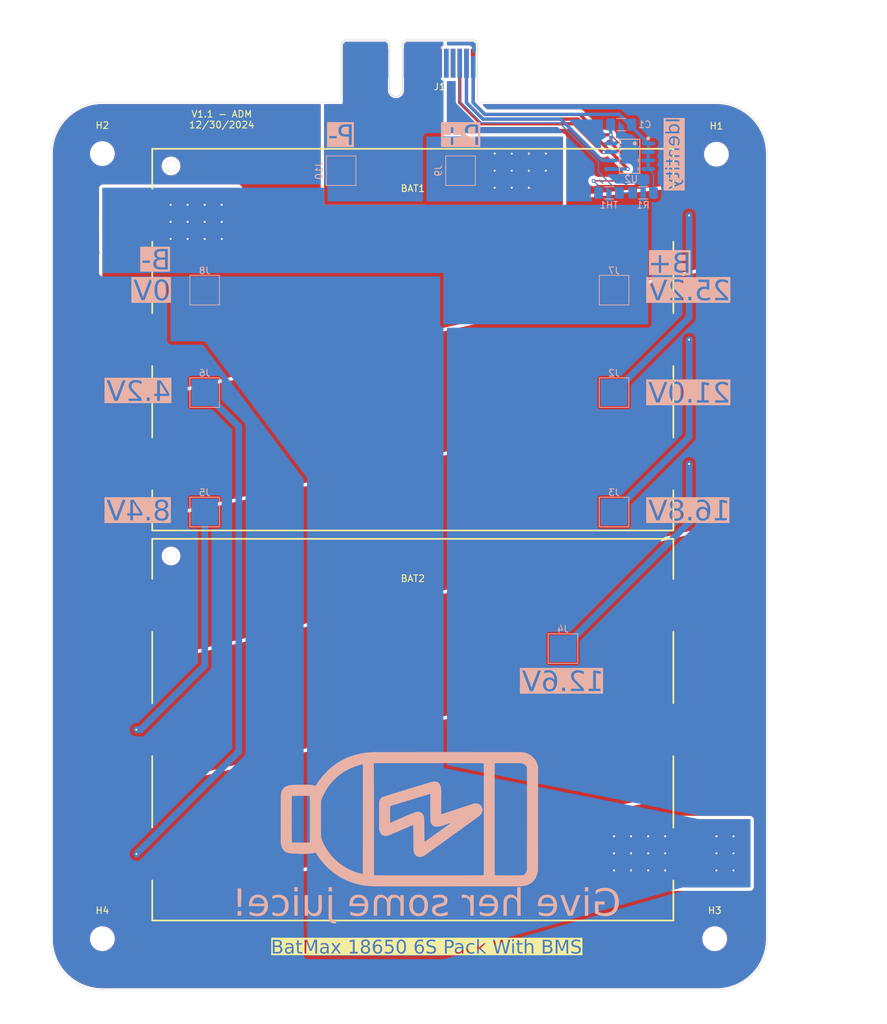
<source format=kicad_pcb>
(kicad_pcb (version 20240108) (generator "pcbnew") (generator_version "8.0")
  (layers (0 "F.Cu" signal) (31 "B.Cu" signal) (34 "B.Paste" user) (35 "F.Paste" user) (36 "B.SilkS" user "B.Silkscreen") (37 "F.SilkS" user "F.Silkscreen") (38 "B.Mask" user) (39 "F.Mask" user) (44 "Edge.Cuts" user))
  (net 0 "")
  (net 1 "/Cell_1_2")
  (net 2 "/Cell_3_4")
  (net 3 "/Cell_2_3")
  (net 4 "/Bat+")
  (net 5 "/Cell_4_5")
  (net 6 "/Bat-")
  (net 7 "/Cell_5_6")
  (net 10 "/3v3GND")
  (net 11 "/P+")
  (net 12 "/P-")
  (net 13 "/TEMP")
  (net 14 "/SDA")
  (net 16 "/EEPROM_WC")
  (net 17 "/3v3")
  (net 19 "/SCL")
  (footprint "MountingHole:MountingHole_3.2mm_M3" (layer "F.Cu") (at 141.986 165.1)
    (property "Reference" "H3" (at 0 -4.2 0) (layer "F.SilkS"))
    (property "Value" "MountingHole")
    (pad "" np_thru_hole circle (at 0 0) (size 3.2 3.2) (drill 3.2) (layers "*.Cu" "*.Mask"))
  )
  (footprint "PARTS:BAT-SMD_BH-18650-B5BA016" (layer "F.Cu") (at 97.028 133.996)
    (property "Reference" "BAT2" (at 0 -22.5 0) (layer "F.SilkS"))
    (property "Value" "BH-18650-B5BA016")
    (pad "" thru_hole circle (at -36 -25.85) (size 1.8 1.8) (drill 1.8) (layers "*.Cu" "*.Mask"))
    (pad "1" smd rect (at -41.15 -18.5) (size 5.2 7.4) (layers "F.Cu" "F.Paste" "F.Mask") (net 2 "/Cell_3_4"))
    (pad "2" smd rect (at 41.15 -18.5) (size 5.2 7.4) (layers "F.Cu" "F.Paste" "F.Mask") (net 5 "/Cell_4_5"))
    (pad "3" smd rect (at -41.15 0) (size 5.2 7.4) (layers "F.Cu" "F.Paste" "F.Mask") (net 5 "/Cell_4_5"))
    (pad "4" smd rect (at 41.15 0) (size 5.2 7.4) (layers "F.Cu" "F.Paste" "F.Mask") (net 7 "/Cell_5_6"))
    (pad "5" smd rect (at -41.15 18.5) (size 5.2 7.4) (layers "F.Cu" "F.Paste" "F.Mask") (net 7 "/Cell_5_6"))
    (pad "6" smd rect (at 41.15 18.5) (size 5.2 7.4) (layers "F.Cu" "F.Paste" "F.Mask") (net 6 "/Bat-"))
  )
  (footprint "MountingHole:MountingHole_3.2mm_M3" (layer "F.Cu") (at 50.8 48.26)
    (property "Reference" "H2" (at 0 -4.2 0) (layer "F.SilkS"))
    (property "Value" "MountingHole")
    (pad "" np_thru_hole circle (at 0 0) (size 3.2 3.2) (drill 3.2) (layers "*.Cu" "*.Mask"))
  )
  (footprint "MountingHole:MountingHole_3.2mm_M3" (layer "F.Cu") (at 50.8 165.1)
    (property "Reference" "H4" (at 0 -4.2 0) (layer "F.SilkS"))
    (property "Value" "MountingHole")
    (pad "" np_thru_hole circle (at 0 0) (size 3.2 3.2) (drill 3.2) (layers "*.Cu" "*.Mask"))
  )
  (footprint "MountingHole:MountingHole_3.2mm_M3" (layer "F.Cu") (at 142.238 48.356)
    (property "Reference" "H1" (at 0 -4.2 0) (layer "F.SilkS"))
    (property "Value" "MountingHole")
    (pad "" np_thru_hole circle (at 0 0) (size 3.2 3.2) (drill 3.2) (layers "*.Cu" "*.Mask"))
  )
  (footprint "PARTS:BAT-SMD_BH-18650-B5BA016" (layer "F.Cu") (at 97.028 75.946)
    (property "Reference" "BAT1" (at 0 -22.5 0) (layer "F.SilkS"))
    (property "Value" "BH-18650-B5BA016")
    (pad "" thru_hole circle (at -36 -25.85) (size 1.8 1.8) (drill 1.8) (layers "*.Cu" "*.Mask"))
    (pad "1" smd rect (at -41.15 -18.5) (size 5.2 7.4) (layers "F.Cu" "F.Paste" "F.Mask") (net 4 "/Bat+"))
    (pad "2" smd rect (at 41.15 -18.5) (size 5.2 7.4) (layers "F.Cu" "F.Paste" "F.Mask") (net 1 "/Cell_1_2"))
    (pad "3" smd rect (at -41.15 0) (size 5.2 7.4) (layers "F.Cu" "F.Paste" "F.Mask") (net 1 "/Cell_1_2"))
    (pad "4" smd rect (at 41.15 0) (size 5.2 7.4) (layers "F.Cu" "F.Paste" "F.Mask") (net 3 "/Cell_2_3"))
    (pad "5" smd rect (at -41.15 18.5) (size 5.2 7.4) (layers "F.Cu" "F.Paste" "F.Mask") (net 3 "/Cell_2_3"))
    (pad "6" smd rect (at 41.15 18.5) (size 5.2 7.4) (layers "F.Cu" "F.Paste" "F.Mask") (net 2 "/Cell_3_4"))
  )
  (footprint "Connector_PCBEdge:BUS_PCIexpress_x1" (layer "F.Cu") (at 106.02 34.81 180)
    (property "Reference" "J1" (at 5 -3.5 0) (layer "F.SilkS"))
    (property "Value" "Bus_PCI_Express_x1")
    (fp_line (start 19.65 2.95) (end 19.15 3.45) (stroke (width 0.1)) (layer "Edge.Cuts"))
    (fp_line (start 19.65 -4.95) (end 19.65 2.95) (stroke (width 0.1)) (layer "Edge.Cuts"))
    (fp_line (start 12.95 3.45) (end 19.15 3.45) (stroke (width 0.1)) (layer "Edge.Cuts"))
    (fp_line (start 12.45 2.95) (end 12.95 3.45) (stroke (width 0.1)) (layer "Edge.Cuts"))
    (fp_line (start 12.45 -4) (end 12.45 2.95) (stroke (width 0.1)) (layer "Edge.Cuts"))
    (fp_line (start 10.55 2.95) (end 10.05 3.45) (stroke (width 0.1)) (layer "Edge.Cuts"))
    (fp_line (start 10.55 -4) (end 10.55 2.95) (stroke (width 0.1)) (layer "Edge.Cuts"))
    (fp_line (start -0.15 3.45) (end 10.05 3.45) (stroke (width 0.1)) (layer "Edge.Cuts"))
    (fp_line (start -0.65 2.95) (end -0.15 3.45) (stroke (width 0.1)) (layer "Edge.Cuts"))
    (fp_line (start -0.65 -4.95) (end -0.65 2.95) (stroke (width 0.1)) (layer "Edge.Cuts"))
    (fp_arc (start 10.55 -4) (mid 11.5 -4.95) (end 12.45 -4) (stroke (width 0.1)) (layer "Edge.Cuts"))
    (pad "A1" connect rect (at 0 -0.55 180) (size 0.7 3.2) (layers "B.Cu" "B.Mask") (net 10 "/3v3GND"))
    (pad "A2" connect rect (at 1 0 180) (size 0.7 4.3) (layers "B.Cu" "B.Mask") (net 19 "/SCL"))
    (pad "A3" connect rect (at 2 0 180) (size 0.7 4.3) (layers "B.Cu" "B.Mask") (net 13 "/TEMP"))
    (pad "A4" connect rect (at 3 0 180) (size 0.7 4.3) (layers "B.Cu" "B.Mask"))
    (pad "A5" connect rect (at 4 0 180) (size 0.7 4.3) (layers "B.Cu" "B.Mask"))
    (pad "A6" connect rect (at 5 0 180) (size 0.7 4.3) (layers "B.Cu" "B.Mask") (net 12 "/P-"))
    (pad "A7" connect rect (at 6 0 180) (size 0.7 4.3) (layers "B.Cu" "B.Mask") (net 12 "/P-"))
    (pad "A8" connect rect (at 7 0 180) (size 0.7 4.3) (layers "B.Cu" "B.Mask") (net 12 "/P-"))
    (pad "A9" connect rect (at 8 0 180) (size 0.7 4.3) (layers "B.Cu" "B.Mask") (net 12 "/P-"))
    (pad "A10" connect rect (at 9 0 180) (size 0.7 4.3) (layers "B.Cu" "B.Mask") (net 12 "/P-"))
    (pad "A11" connect rect (at 10 0 180) (size 0.7 4.3) (layers "B.Cu" "B.Mask") (net 12 "/P-"))
    (pad "A12" connect rect (at 13 0 180) (size 0.7 4.3) (layers "B.Cu" "B.Mask") (net 12 "/P-"))
    (pad "A13" connect rect (at 14 0 180) (size 0.7 4.3) (layers "B.Cu" "B.Mask") (net 12 "/P-"))
    (pad "A14" connect rect (at 15 0 180) (size 0.7 4.3) (layers "B.Cu" "B.Mask") (net 12 "/P-"))
    (pad "A15" connect rect (at 16 0 180) (size 0.7 4.3) (layers "B.Cu" "B.Mask") (net 12 "/P-"))
    (pad "A16" connect rect (at 17 0 180) (size 0.7 4.3) (layers "B.Cu" "B.Mask") (net 12 "/P-"))
    (pad "A17" connect rect (at 18 0 180) (size 0.7 4.3) (layers "B.Cu" "B.Mask") (net 12 "/P-"))
    (pad "A18" connect rect (at 19 0 180) (size 0.7 4.3) (layers "B.Cu" "B.Mask") (net 12 "/P-"))
    (pad "B1" connect rect (at 0 0 180) (size 0.7 4.3) (layers "F.Cu" "F.Mask") (net 17 "/3v3"))
    (pad "B2" connect rect (at 1 0 180) (size 0.7 4.3) (layers "F.Cu" "F.Mask") (net 14 "/SDA"))
    (pad "B3" connect rect (at 2 0 180) (size 0.7 4.3) (layers "F.Cu" "F.Mask") (net 16 "/EEPROM_WC"))
    (pad "B4" connect rect (at 3 0 180) (size 0.7 4.3) (layers "F.Cu" "F.Mask"))
    (pad "B5" connect rect (at 4 0 180) (size 0.7 4.3) (layers "F.Cu" "F.Mask"))
    (pad "B6" connect rect (at 5 0 180) (size 0.7 4.3) (layers "F.Cu" "F.Mask") (net 11 "/P+"))
    (pad "B7" connect rect (at 6 0 180) (size 0.7 4.3) (layers "F.Cu" "F.Mask") (net 11 "/P+"))
    (pad "B8" connect rect (at 7 0 180) (size 0.7 4.3) (layers "F.Cu" "F.Mask") (net 11 "/P+"))
    (pad "B9" connect rect (at 8 0 180) (size 0.7 4.3) (layers "F.Cu" "F.Mask") (net 11 "/P+"))
    (pad "B10" connect rect (at 9 0 180) (size 0.7 4.3) (layers "F.Cu" "F.Mask") (net 11 "/P+"))
    (pad "B11" connect rect (at 10 0 180) (size 0.7 4.3) (layers "F.Cu" "F.Mask") (net 11 "/P+"))
    (pad "B12" connect rect (at 13 0 180) (size 0.7 4.3) (layers "F.Cu" "F.Mask") (net 11 "/P+"))
    (pad "B13" connect rect (at 14 0 180) (size 0.7 4.3) (layers "F.Cu" "F.Mask") (net 11 "/P+"))
    (pad "B14" connect rect (at 15 0 180) (size 0.7 4.3) (layers "F.Cu" "F.Mask") (net 11 "/P+"))
    (pad "B15" connect rect (at 16 0 180) (size 0.7 4.3) (layers "F.Cu" "F.Mask") (net 11 "/P+"))
    (pad "B16" connect rect (at 17 0 180) (size 0.7 4.3) (layers "F.Cu" "F.Mask") (net 11 "/P+"))
    (pad "B17" connect rect (at 18 -0.55 180) (size 0.7 3.2) (layers "F.Cu" "F.Mask") (net 11 "/P+"))
    (pad "B18" connect rect (at 19 0 180) (size 0.7 4.3) (layers "F.Cu" "F.Mask") (net 11 "/P+"))
  )
  (footprint "PARTS:SOIC-8_L4.9-W3.9-P1.27-LS6.0-BL" (layer "B.Cu") (at 129.31 48.646 -90)
    (property "Reference" "U2" (at 3.424 -0.23 180) (layer "B.SilkS") (effects (justify mirror)))
    (property "Value" "M24C02-WMN6TP")
    (pad "1" smd oval (at -1.91 -2.77 270) (size 0.59 2.05) (layers "B.Cu" "B.Paste" "B.Mask") (net 10 "/3v3GND"))
    (pad "2" smd oval (at -0.63 -2.77 270) (size 0.59 2.05) (layers "B.Cu" "B.Paste" "B.Mask") (net 10 "/3v3GND"))
    (pad "3" smd oval (at 0.63 -2.77 270) (size 0.59 2.05) (layers "B.Cu" "B.Paste" "B.Mask") (net 10 "/3v3GND"))
    (pad "4" smd oval (at 1.9 -2.77 270) (size 0.59 2.05) (layers "B.Cu" "B.Paste" "B.Mask") (net 10 "/3v3GND"))
    (pad "5" smd oval (at 1.9 2.77 270) (size 0.59 2.05) (layers "B.Cu" "B.Paste" "B.Mask") (net 14 "/SDA"))
    (pad "6" smd oval (at 0.63 2.77 270) (size 0.59 2.05) (layers "B.Cu" "B.Paste" "B.Mask") (net 19 "/SCL"))
    (pad "7" smd oval (at -0.63 2.77 270) (size 0.59 2.05) (layers "B.Cu" "B.Paste" "B.Mask") (net 16 "/EEPROM_WC"))
    (pad "8" smd oval (at -1.91 2.77 270) (size 0.59 2.05) (layers "B.Cu" "B.Paste" "B.Mask") (net 17 "/3v3"))
  )
  (footprint "TestPoint:TestPoint_Pad_4.0x4.0mm" (layer "B.Cu") (at 127 68.58 180)
    (property "Reference" "J7" (at 0 2.898 0) (layer "B.SilkS") (effects (justify mirror)))
    (property "Value" "Conn_01x01_Pin")
    (pad "1" smd rect (at 0 0 180) (size 4 4) (layers "B.Cu" "B.Mask") (net 4 "/Bat+"))
  )
  (footprint "TestPoint:TestPoint_Pad_4.0x4.0mm" (layer "B.Cu") (at 86.36 50.8 180)
    (property "Reference" "J10" (at 3.302 0 90) (layer "B.SilkS") (effects (justify mirror)))
    (property "Value" "Conn_01x01_Pin")
    (pad "1" smd rect (at 0 0 180) (size 4 4) (layers "B.Cu" "B.Mask") (net 12 "/P-"))
  )
  (footprint "Resistor_SMD:R_1206_3216Metric_Pad1.30x1.75mm_HandSolder" (layer "B.Cu") (at 126.238 54.102)
    (property "Reference" "TH1" (at 0 1.82 360) (layer "B.SilkS") (effects (justify mirror)))
    (property "Value" "Thermistor_NTC 50K")
    (pad "1" smd roundrect (at -1.55 0) (size 1.3 1.75) (layers "B.Cu" "B.Paste" "B.Mask") (roundrect_rratio 0.192308) (net 17 "/3v3"))
    (pad "2" smd roundrect (at 1.55 0) (size 1.3 1.75) (layers "B.Cu" "B.Paste" "B.Mask") (roundrect_rratio 0.192308) (net 13 "/TEMP"))
  )
  (footprint "Capacitor_SMD:C_1206_3216Metric_Pad1.33x1.80mm_HandSolder" (layer "B.Cu") (at 128.0545 43.942 180)
    (property "Reference" "C1" (at -3.5175 0 0) (layer "B.SilkS") (effects (justify mirror)))
    (property "Value" "100n")
    (pad "1" smd roundrect (at -1.5625 0 180) (size 1.325 1.8) (layers "B.Cu" "B.Paste" "B.Mask") (roundrect_rratio 0.188679) (net 10 "/3v3GND"))
    (pad "2" smd roundrect (at 1.5625 0 180) (size 1.325 1.8) (layers "B.Cu" "B.Paste" "B.Mask") (roundrect_rratio 0.188679) (net 17 "/3v3"))
  )
  (footprint "TestPoint:TestPoint_Pad_4.0x4.0mm" (layer "B.Cu") (at 66.04 83.82 180)
    (property "Reference" "J6" (at 0 2.898 0) (layer "B.SilkS") (effects (justify mirror)))
    (property "Value" "Conn_01x01_Pin")
    (pad "1" smd rect (at 0 0 180) (size 4 4) (layers "B.Cu" "B.Mask") (net 7 "/Cell_5_6"))
  )
  (footprint "TestPoint:TestPoint_Pad_4.0x4.0mm" (layer "B.Cu") (at 127 101.6 180)
    (property "Reference" "J3" (at 0 2.898 0) (layer "B.SilkS") (effects (justify mirror)))
    (property "Value" "Conn_01x01_Pin")
    (pad "1" smd rect (at 0 0 180) (size 4 4) (layers "B.Cu" "B.Mask") (net 3 "/Cell_2_3"))
  )
  (footprint "TestPoint:TestPoint_Pad_4.0x4.0mm" (layer "B.Cu") (at 66.04 68.58 180)
    (property "Reference" "J8" (at 0 2.898 0) (layer "B.SilkS") (effects (justify mirror)))
    (property "Value" "Conn_01x01_Pin")
    (pad "1" smd rect (at 0 0 180) (size 4 4) (layers "B.Cu" "B.Mask") (net 6 "/Bat-"))
  )
  (footprint "Resistor_SMD:R_1206_3216Metric_Pad1.30x1.75mm_HandSolder" (layer "B.Cu") (at 131.318 54.102)
    (property "Reference" "R1" (at 0 1.82 360) (layer "B.SilkS") (effects (justify mirror)))
    (property "Value" "50k")
    (pad "1" smd roundrect (at -1.55 0) (size 1.3 1.75) (layers "B.Cu" "B.Paste" "B.Mask") (roundrect_rratio 0.192308) (net 13 "/TEMP"))
    (pad "2" smd roundrect (at 1.55 0) (size 1.3 1.75) (layers "B.Cu" "B.Paste" "B.Mask") (roundrect_rratio 0.192308) (net 10 "/3v3GND"))
  )
  (footprint "TestPoint:TestPoint_Pad_4.0x4.0mm" (layer "B.Cu") (at 119.38 121.92 180)
    (property "Reference" "J4" (at 0 2.898 0) (layer "B.SilkS") (effects (justify mirror)))
    (property "Value" "Conn_01x01_Pin")
    (pad "1" smd rect (at 0 0 180) (size 4 4) (layers "B.Cu" "B.Mask") (net 2 "/Cell_3_4"))
  )
  (footprint "TestPoint:TestPoint_Pad_4.0x4.0mm" (layer "B.Cu") (at 104.14 50.8 180)
    (property "Reference" "J9" (at 3.302 0 90) (layer "B.SilkS") (effects (justify mirror)))
    (property "Value" "Conn_01x01_Pin")
    (pad "1" smd rect (at 0 0 180) (size 4 4) (layers "B.Cu" "B.Mask") (net 11 "/P+"))
  )
  (footprint "TestPoint:TestPoint_Pad_4.0x4.0mm" (layer "B.Cu") (at 127 83.82 180)
    (property "Reference" "J2" (at 0 2.898 0) (layer "B.SilkS") (effects (justify mirror)))
    (property "Value" "Conn_01x01_Pin")
    (pad "1" smd rect (at 0 0 180) (size 4 4) (layers "B.Cu" "B.Mask") (net 1 "/Cell_1_2"))
  )
  (footprint "LOGO" (layer "B.Cu") (at 96.52 147.32 -90)
    (property "Reference" "G***" (hide yes))
    (property "Value" "LOGO" (hide yes))
  )
  (footprint "TestPoint:TestPoint_Pad_4.0x4.0mm" (layer "B.Cu") (at 66.04 101.6 180)
    (property "Reference" "J5" (at 0 2.898 0) (layer "B.SilkS") (effects (justify mirror)))
    (property "Value" "Conn_01x01_Pin")
    (pad "1" smd rect (at 0 0 180) (size 4 4) (layers "B.Cu" "B.Mask") (net 5 "/Cell_4_5"))
  )
  (gr_line (start 50.8 40.64) (end 86.36 40.64) (stroke (width 0.05)) (layer "Edge.Cuts"))
  (gr_line (start 86.36 40.64) (end 86.37 39.76) (stroke (width 0.05)) (layer "Edge.Cuts"))
  (gr_line (start 142.24 172.72) (end 50.8 172.72) (stroke (width 0.05)) (layer "Edge.Cuts"))
  (gr_line (start 149.86 165.1) (end 149.86 48.26) (stroke (width 0.05)) (layer "Edge.Cuts"))
  (gr_arc (start 149.86 165.1) (mid 147.628154 170.488154) (end 142.24 172.72) (stroke (width 0.05)) (layer "Edge.Cuts"))
  (gr_line (start 142.24 40.64) (end 106.68 40.64) (stroke (width 0.05)) (layer "Edge.Cuts"))
  (gr_arc (start 142.24 40.64) (mid 147.628154 42.871846) (end 149.86 48.26) (stroke (width 0.05)) (layer "Edge.Cuts"))
  (gr_line (start 43.18 48.26) (end 43.18 165.1) (stroke (width 0.05)) (layer "Edge.Cuts"))
  (gr_arc (start 50.8 172.72) (mid 45.411846 170.488154) (end 43.18 165.1) (stroke (width 0.05)) (layer "Edge.Cuts"))
  (gr_arc (start 43.18 48.26) (mid 45.411846 42.871846) (end 50.8 40.64) (stroke (width 0.05)) (layer "Edge.Cuts"))
  (gr_line (start 106.68 40.64) (end 106.67 39.76) (stroke (width 0.05)) (layer "Edge.Cuts"))
  (gr_text "Give her some juice!" (at 99.06 160.02 -0) (layer "B.SilkS") (effects (font (size 4 4)) (justify mirror)))
  (gr_text "0V" (at 60.96 68.834 0) (layer "B.SilkS" knockout) (effects (font (size 3 3) (thickness 0.1)) (justify left mirror)))
  (gr_text "8.4V" (at 60.96 101.6 0) (layer "B.SilkS" knockout) (effects (font (size 3 3) (thickness 0.1)) (justify left mirror)))
  (gr_text "4.2V" (at 60.96 83.82 0) (layer "B.SilkS" knockout) (effects (font (size 3 3) (thickness 0.1)) (justify left mirror)))
  (gr_text "25.2V" (at 132.08 68.834 0) (layer "B.SilkS" knockout) (effects (font (size 3 3) (thickness 0.1)) (justify right mirror)))
  (gr_text "12.6V" (at 119.38 127 0) (layer "B.SilkS" knockout) (effects (font (size 3 3) (thickness 0.1)) (justify mirror)))
  (gr_text "21.0V" (at 132.08 84.074 0) (layer "B.SilkS" knockout) (effects (font (size 3 3) (thickness 0.1)) (justify right mirror)))
  (gr_text "B-" (at 60.96 64.262 0) (layer "B.SilkS" knockout) (effects (font (size 3 3) (thickness 0.1)) (justify left mirror)))
  (gr_text "16.8V" (at 132.08 101.6 0) (layer "B.SilkS" knockout) (effects (font (size 3 3) (thickness 0.1)) (justify right mirror)))
  (gr_text "P-" (at 86.36 45.72 0) (layer "B.SilkS" knockout) (effects (font (size 3 3) (thickness 0.1)) (justify mirror)))
  (gr_text "Identity" (at 135.89 48.26 90) (layer "B.SilkS" knockout) (effects (font (size 2 2) (thickness 0.1)) (justify mirror)))
  (gr_text "P+" (at 104.14 45.72 0) (layer "B.SilkS" knockout) (effects (font (size 3 3) (thickness 0.1)) (justify mirror)))
  (gr_text "B+" (at 132.08 64.77 0) (layer "B.SilkS" knockout) (effects (font (size 3 3) (thickness 0.1)) (justify right mirror)))
  (gr_text "BatMax 18650 6S Pack With BMS" (at 99.06 167.64 0) (layer "F.SilkS" knockout) (effects (font (size 2 2) (thickness 0.1)) (justify bottom)))
  (gr_text "V1.1 - ADM\n12/30/2024" (at 68.58 43.18 0) (layer "F.SilkS") (effects (font (size 1 1))))
  (via (at 138.178 57.446) (size 0.6) (drill 0.3) (layers "F.Cu" "B.Cu") (net 1))
  (segment (start 127 83.82) (end 138.178 72.642) (width 1) (layer "B.Cu") (net 1))
  (segment (start 138.178 72.642) (end 138.178 57.446) (width 1) (layer "B.Cu") (net 1))
  (via (at 138.178 94.446) (size 0.6) (drill 0.3) (layers "F.Cu" "B.Cu") (net 2))
  (segment (start 119.38 121.92) (end 138.178 103.122) (width 1) (layer "B.Cu") (net 2))
  (segment (start 138.178 103.122) (end 138.178 94.446) (width 1) (layer "B.Cu") (net 2))
  (via (at 138.178 75.946) (size 0.6) (drill 0.3) (layers "F.Cu" "B.Cu") (net 3))
  (segment (start 138.178 90.422) (end 138.178 75.946) (width 1) (layer "B.Cu") (net 3))
  (segment (start 127 101.6) (end 138.178 90.422) (width 1) (layer "B.Cu") (net 3))
  (via (at 68.58 60.96) (size 0.6) (drill 0.3) (layers "F.Cu" "B.Cu") (net 4))
  (via (at 60.96 58.42) (size 0.6) (drill 0.3) (layers "F.Cu" "B.Cu") (net 4))
  (via (at 63.5 60.96) (size 0.6) (drill 0.3) (layers "F.Cu" "B.Cu") (net 4))
  (via (at 68.58 55.88) (size 0.6) (drill 0.3) (layers "F.Cu" "B.Cu") (net 4))
  (via (at 66.04 60.96) (size 0.6) (drill 0.3) (layers "F.Cu" "B.Cu") (net 4))
  (via (at 60.96 60.96) (size 0.6) (drill 0.3) (layers "F.Cu" "B.Cu") (net 4))
  (via (at 60.96 55.88) (size 0.6) (drill 0.3) (layers "F.Cu" "B.Cu") (net 4))
  (via (at 66.04 55.88) (size 0.6) (drill 0.3) (layers "F.Cu" "B.Cu") (net 4))
  (via (at 63.5 55.88) (size 0.6) (drill 0.3) (layers "F.Cu" "B.Cu") (net 4))
  (via (at 63.5 58.42) (size 0.6) (drill 0.3) (layers "F.Cu" "B.Cu") (net 4))
  (via (at 66.04 58.42) (size 0.6) (drill 0.3) (layers "F.Cu" "B.Cu") (net 4))
  (via (at 68.58 58.42) (size 0.6) (drill 0.3) (layers "F.Cu" "B.Cu") (net 4))
  (via (at 55.878 133.996) (size 0.6) (drill 0.3) (layers "F.Cu" "B.Cu") (net 5))
  (segment (start 66.04 101.6) (end 66.04 124.46) (width 1) (layer "B.Cu") (net 5))
  (segment (start 58.42 132.08) (end 58.42 132.082) (width 1) (layer "B.Cu") (net 5))
  (segment (start 66.04 124.46) (end 58.42 132.08) (width 1) (layer "B.Cu") (net 5))
  (segment (start 58.42 132.082) (end 56.506 133.996) (width 1) (layer "B.Cu") (net 5))
  (segment (start 56.506 133.996) (end 55.878 133.996) (width 1) (layer "B.Cu") (net 5))
  (via (at 127 149.86) (size 0.6) (drill 0.3) (layers "F.Cu" "B.Cu") (net 6))
  (via (at 142.24 149.86) (size 0.6) (drill 0.3) (layers "F.Cu" "B.Cu") (net 6))
  (via (at 129.54 154.94) (size 0.6) (drill 0.3) (layers "F.Cu" "B.Cu") (net 6))
  (via (at 144.78 149.86) (size 0.6) (drill 0.3) (layers "F.Cu" "B.Cu") (net 6))
  (via (at 142.24 154.94) (size 0.6) (drill 0.3) (layers "F.Cu" "B.Cu") (net 6))
  (via (at 134.62 149.86) (size 0.6) (drill 0.3) (layers "F.Cu" "B.Cu") (net 6))
  (via (at 144.78 152.4) (size 0.6) (drill 0.3) (layers "F.Cu" "B.Cu") (net 6))
  (via (at 127 152.4) (size 0.6) (drill 0.3) (layers "F.Cu" "B.Cu") (net 6))
  (via (at 132.08 152.4) (size 0.6) (drill 0.3) (layers "F.Cu" "B.Cu") (net 6))
  (via (at 132.08 149.86) (size 0.6) (drill 0.3) (layers "F.Cu" "B.Cu") (net 6))
  (via (at 134.62 152.4) (size 0.6) (drill 0.3) (layers "F.Cu" "B.Cu") (net 6))
  (via (at 129.54 149.86) (size 0.6) (drill 0.3) (layers "F.Cu" "B.Cu") (net 6))
  (via (at 142.24 152.4) (size 0.6) (drill 0.3) (layers "F.Cu" "B.Cu") (net 6))
  (via (at 129.54 152.4) (size 0.6) (drill 0.3) (layers "F.Cu" "B.Cu") (net 6))
  (via (at 134.62 154.94) (size 0.6) (drill 0.3) (layers "F.Cu" "B.Cu") (net 6))
  (via (at 132.08 154.94) (size 0.6) (drill 0.3) (layers "F.Cu" "B.Cu") (net 6))
  (via (at 144.78 154.94) (size 0.6) (drill 0.3) (layers "F.Cu" "B.Cu") (net 6))
  (via (at 127 154.94) (size 0.6) (drill 0.3) (layers "F.Cu" "B.Cu") (net 6))
  (via (at 55.878 152.496) (size 0.6) (drill 0.3) (layers "F.Cu" "B.Cu") (net 7))
  (segment (start 71.12 137.254) (end 55.878 152.496) (width 1) (layer "B.Cu") (net 7))
  (segment (start 71.12 88.9) (end 71.12 137.254) (width 1) (layer "B.Cu") (net 7))
  (segment (start 66.04 83.82) (end 71.12 88.9) (width 1) (layer "B.Cu") (net 7))
  (segment (start 107.750893 42.418) (end 106.02 40.687107) (width 0.5) (layer "B.Cu") (net 10))
  (segment (start 132.868 51.334) (end 132.08 50.546) (width 0.2) (layer "B.Cu") (net 10))
  (segment (start 132.08 50.546) (end 132.08 46.736) (width 0.5) (layer "B.Cu") (net 10))
  (segment (start 132.868 54.102) (end 132.868 51.334) (width 0.2) (layer "B.Cu") (net 10))
  (segment (start 106.02 40.687107) (end 106.02 35.36) (width 0.5) (layer "B.Cu") (net 10))
  (segment (start 127.762 42.418) (end 107.750893 42.418) (width 0.5) (layer "B.Cu") (net 10))
  (segment (start 132.08 46.736) (end 127.762 42.418) (width 0.5) (layer "B.Cu") (net 10))
  (via (at 109.22 53.34) (size 0.6) (drill 0.3) (layers "F.Cu" "B.Cu") (net 11))
  (via (at 114.3 48.26) (size 0.6) (drill 0.3) (layers "F.Cu" "B.Cu") (net 11))
  (via (at 109.22 48.26) (size 0.6) (drill 0.3) (layers "F.Cu" "B.Cu") (net 11))
  (via (at 114.3 50.8) (size 0.6) (drill 0.3) (layers "F.Cu" "B.Cu") (net 11))
  (via (at 116.84 50.8) (size 0.6) (drill 0.3) (layers "F.Cu" "B.Cu") (net 11))
  (via (at 114.3 53.34) (size 0.6) (drill 0.3) (layers "F.Cu" "B.Cu") (net 11))
  (via (at 111.76 48.26) (size 0.6) (drill 0.3) (layers "F.Cu" "B.Cu") (net 11))
  (via (at 109.22 50.8) (size 0.6) (drill 0.3) (layers "F.Cu" "B.Cu") (net 11))
  (via (at 111.76 53.34) (size 0.6) (drill 0.3) (layers "F.Cu" "B.Cu") (net 11))
  (via (at 116.84 48.26) (size 0.6) (drill 0.3) (layers "F.Cu" "B.Cu") (net 11))
  (via (at 111.76 50.8) (size 0.6) (drill 0.3) (layers "F.Cu" "B.Cu") (net 11))
  (segment (start 124.672 50.986) (end 124.672 49.503817) (width 0.2) (layer "B.Cu") (net 13))
  (segment (start 129.768 54.102) (end 127.788 54.102) (width 0.2) (layer "B.Cu") (net 13))
  (segment (start 118.856182 43.688) (end 107.253125 43.688) (width 0.2) (layer "B.Cu") (net 13))
  (segment (start 127.788 54.102) (end 124.672 50.986) (width 0.2) (layer "B.Cu") (net 13))
  (segment (start 104.02 40.454875) (end 104.02 34.81) (width 0.2) (layer "B.Cu") (net 13))
  (segment (start 124.672 49.503817) (end 118.856182 43.688) (width 0.2) (layer "B.Cu") (net 13))
  (segment (start 107.253125 43.688) (end 104.02 40.454875) (width 0.2) (layer "B.Cu") (net 13))
  (segment (start 121.604 43.118) (end 107.460943 43.118) (width 0.5) (layer "F.Cu") (net 14))
  (segment (start 107.460943 43.118) (end 105.02 40.677057) (width 0.5) (layer "F.Cu") (net 14))
  (segment (start 129.032 50.546) (end 121.604 43.118) (width 0.5) (layer "F.Cu") (net 14))
  (segment (start 105.02 40.677057) (end 105.02 34.81) (width 0.5) (layer "F.Cu") (net 14))
  (via (at 129.032 50.546) (size 0.6) (drill 0.3) (layers "F.Cu" "B.Cu") (net 14))
  (segment (start 129.032 50.546) (end 126.54 50.546) (width 0.5) (layer "B.Cu") (net 14))
  (segment (start 121.034 43.818) (end 107.170993 43.818) (width 0.5) (layer "F.Cu") (net 16))
  (segment (start 104.02 40.667007) (end 104.02 34.81) (width 0.5) (layer "F.Cu") (net 16))
  (segment (start 125.249331 48.033331) (end 121.034 43.818) (width 0.5) (layer "F.Cu") (net 16))
  (segment (start 125.458669 48.033331) (end 125.249331 48.033331) (width 0.5) (layer "F.Cu") (net 16))
  (segment (start 107.170993 43.818) (end 104.02 40.667007) (width 0.5) (layer "F.Cu") (net 16))
  (via (at 125.458669 48.033331) (size 0.6) (drill 0.3) (layers "F.Cu" "B.Cu") (net 16))
  (segment (start 125.458669 48.033331) (end 125.476 48.016) (width 0.5) (layer "B.Cu") (net 16))
  (segment (start 125.476 48.016) (end 126.54 48.016) (width 0.5) (layer "B.Cu") (net 16))
  (segment (start 124.94195 45.466) (end 126.492 45.466) (width 0.5) (layer "F.Cu") (net 17))
  (segment (start 123.952 52.324) (end 129.794 52.324) (width 0.2) (layer "F.Cu") (net 17))
  (segment (start 129.794 52.324) (end 130.048 52.07) (width 0.2) (layer "F.Cu") (net 17))
  (segment (start 106.02 34.81) (end 106.02 40.687107) (width 0.5) (layer "F.Cu") (net 17))
  (segment (start 106.02 40.687107) (end 107.750893 42.418) (width 0.5) (layer "F.Cu") (net 17))
  (segment (start 130.048 52.07) (end 130.048 49.022) (width 0.2) (layer "F.Cu") (net 17))
  (segment (start 130.048 49.022) (end 126.492 45.466) (width 0.2) (layer "F.Cu") (net 17))
  (segment (start 107.750893 42.418) (end 121.89395 42.418) (width 0.5) (layer "F.Cu") (net 17))
  (segment (start 121.89395 42.418) (end 124.94195 45.466) (width 0.5) (layer "F.Cu") (net 17))
  (via (at 123.952 52.324) (size 0.6) (drill 0.3) (layers "F.Cu" "B.Cu") (net 17))
  (via (at 126.492 45.466) (size 0.6) (drill 0.3) (layers "F.Cu" "B.Cu") (net 17))
  (segment (start 126.492 43.942) (end 126.492 45.466) (width 0.5) (layer "B.Cu") (net 17))
  (segment (start 126.54 46.736) (end 126.54 45.514) (width 0.5) (layer "B.Cu") (net 17))
  (segment (start 126.54 45.514) (end 126.492 45.466) (width 0.5) (layer "B.Cu") (net 17))
  (segment (start 124.688 53.06) (end 123.952 52.324) (width 0.2) (layer "B.Cu") (net 17))
  (segment (start 124.688 54.102) (end 124.688 53.06) (width 0.2) (layer "B.Cu") (net 17))
  (segment (start 125.222 49.276) (end 126.54 49.276) (width 0.5) (layer "B.Cu") (net 19))
  (segment (start 105.02 40.677057) (end 107.460943 43.118) (width 0.5) (layer "B.Cu") (net 19))
  (segment (start 107.460943 43.118) (end 119.064 43.118) (width 0.5) (layer "B.Cu") (net 19))
  (segment (start 105.02 34.81) (end 105.02 40.677057) (width 0.5) (layer "B.Cu") (net 19))
  (segment (start 119.064 43.118) (end 125.222 49.276) (width 0.5) (layer "B.Cu") (net 19))
  (zone (net 2) (net_name "/Cell_3_4") (layer "F.Cu") (priority 100) (connect_pads yes (clearance 0.5)) (min_thickness 0.25) (fill yes (thermal_gap 0.5) (thermal_bridge_width 0.5))
    (polygon (pts (xy 142.238 83.662) (xy 50.798 103.982) (xy 50.544 126.08) (xy 142.238 103.982)))
  )
  (zone (net 3) (net_name "/Cell_2_3") (layer "F.Cu") (priority 100) (connect_pads yes (clearance 0.5)) (min_thickness 0.25) (fill yes (thermal_gap 0.5) (thermal_bridge_width 0.5))
    (polygon (pts (xy 142.238 64.866) (xy 142.238 83.662) (xy 50.798 103.982) (xy 50.798 85.948)))
  )
  (zone (net 7) (net_name "/Cell_5_6") (layer "F.Cu") (priority 100) (connect_pads yes (clearance 0.5)) (min_thickness 0.25) (fill yes (thermal_gap 0.5) (thermal_bridge_width 0.5))
    (polygon (pts (xy 50.798 143.86) (xy 50.798 160.528) (xy 142.238 142.336) (xy 142.238 122.524)))
  )
  (zone (net 5) (net_name "/Cell_4_5") (layer "F.Cu") (priority 100) (connect_pads yes (clearance 0.5)) (min_thickness 0.25) (fill yes (thermal_gap 0.5) (thermal_bridge_width 0.5))
    (polygon (pts (xy 50.544 126.08) (xy 50.798 143.86) (xy 142.238 122.524) (xy 142.238 103.982)))
  )
  (zone (net 1) (net_name "/Cell_1_2") (layer "F.Cu") (priority 100) (connect_pads yes (clearance 0.5)) (min_thickness 0.25) (fill yes (thermal_gap 0.5) (thermal_bridge_width 0.5))
    (polygon (pts (xy 50.798 85.948) (xy 141.224 65.024) (xy 141.224 52.832) (xy 50.798 62.738)))
  )
  (zone (net 11) (net_name "/P+") (layer "F.Cu") (priority 100) (connect_pads yes (clearance 0.5)) (min_thickness 0.25) (fill yes (thermal_gap 0.5) (thermal_bridge_width 0.5))
    (polygon (pts (xy 119.38 55.88) (xy 119.38 45.72) (xy 101.6 45.72) (xy 101.6 30.48) (xy 83.82 30.48) (xy 83.82 55.88)))
  )
  (zone (net 11) (net_name "/P+") (layers "F&B.Cu") (priority 100) (connect_pads yes (clearance 0.5)) (min_thickness 0.25) (fill yes (thermal_gap 0.5) (thermal_bridge_width 0.5))
    (polygon (pts (xy 99.06 45.72) (xy 99.06 55.88) (xy 119.38 55.88) (xy 119.38 45.72)))
  )
  (zone (net 0) (net_name "") (layers "F&B.Cu") (connect_pads yes (clearance 0.5)) (min_thickness 0.25) (fill yes (thermal_gap 0.5) (thermal_bridge_width 0.5) (island_removal_mode 1) (island_area_min 10))
    (polygon (pts (xy 35.56 25.4) (xy 35.56 177.8) (xy 167.64 177.8) (xy 165.1 27.94)))
  )
  (zone (net 4) (net_name "/Bat+") (layers "F&B.Cu") (priority 100) (connect_pads yes (clearance 0.5)) (min_thickness 0.25) (fill yes (thermal_gap 0.5) (thermal_bridge_width 0.5))
    (polygon (pts (xy 50.8 53.34) (xy 50.798 62.738) (xy 71.12 60.96) (xy 71.12 53.34)))
  )
  (zone (net 6) (net_name "/Bat-") (layers "F&B.Cu") (priority 100) (connect_pads yes (clearance 0.5)) (min_thickness 0.25) (fill yes (thermal_gap 0.5) (thermal_bridge_width 0.5))
    (polygon (pts (xy 147.32 157.48) (xy 123.952 157.48) (xy 123.952 147.32) (xy 147.32 147.32)))
  )
  (zone (net 6) (net_name "/Bat-") (layer "B.Cu") (priority 100) (connect_pads yes (clearance 0.5)) (min_thickness 0.25) (fill yes (thermal_gap 0.5) (thermal_bridge_width 0.5))
    (polygon (pts (xy 147.32 157.48) (xy 137.16 157.48) (xy 101.6 167.64) (xy 81.28 167.64) (xy 81.28 96.52) (xy 66.04 76.2) (xy 60.96 76.2) (xy 60.96 66.04) (xy 101.6 66.04) (xy 101.6 139.7) (xy 139.7 147.32) (xy 147.32 147.32)))
  )
  (zone (net 12) (net_name "/P-") (layer "B.Cu") (priority 100) (connect_pads yes (clearance 0.5)) (min_thickness 0.25) (fill yes (thermal_gap 0.5) (thermal_bridge_width 0.5))
    (polygon (pts (xy 83.82 55.88) (xy 99.06 55.88) (xy 99.06 45.72) (xy 101.6 45.72) (xy 101.6 30.48) (xy 83.82 30.48)))
  )
  (zone (net 4) (net_name "/Bat+") (layer "B.Cu") (priority 100) (connect_pads yes (clearance 0.5)) (min_thickness 0.25) (fill yes (thermal_gap 0.5) (thermal_bridge_width 0.5))
    (polygon (pts (xy 50.798 66.04) (xy 101.6 66.04) (xy 101.6 73.66) (xy 132.08 73.66) (xy 132.08 55.88) (xy 83.82 55.88) (xy 83.82 53.34) (xy 50.8 53.34)))
  )
)
</source>
